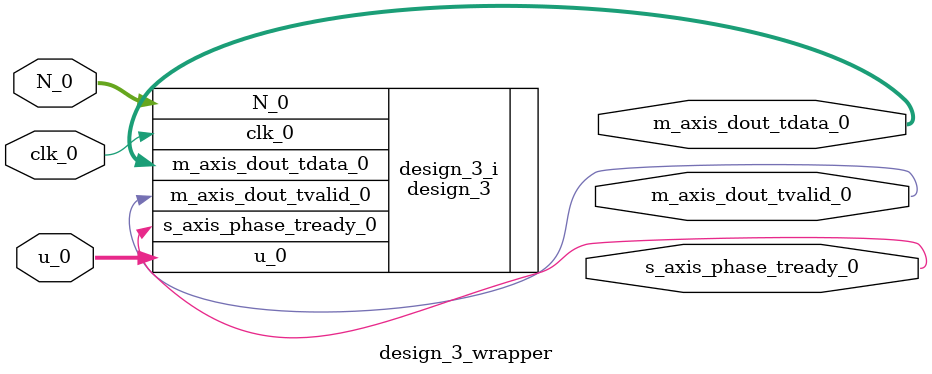
<source format=v>
`timescale 1 ps / 1 ps

module design_3_wrapper
   (N_0,
    clk_0,
    m_axis_dout_tdata_0,
    m_axis_dout_tvalid_0,
    s_axis_phase_tready_0,
    u_0);
  input [7:0]N_0;
  input clk_0;
  output [31:0]m_axis_dout_tdata_0;
  output m_axis_dout_tvalid_0;
  output s_axis_phase_tready_0;
  input [7:0]u_0;

  wire [7:0]N_0;
  wire clk_0;
  wire [31:0]m_axis_dout_tdata_0;
  wire m_axis_dout_tvalid_0;
  wire s_axis_phase_tready_0;
  wire [7:0]u_0;

  design_3 design_3_i
       (.N_0(N_0),
        .clk_0(clk_0),
        .m_axis_dout_tdata_0(m_axis_dout_tdata_0),
        .m_axis_dout_tvalid_0(m_axis_dout_tvalid_0),
        .s_axis_phase_tready_0(s_axis_phase_tready_0),
        .u_0(u_0));
endmodule

</source>
